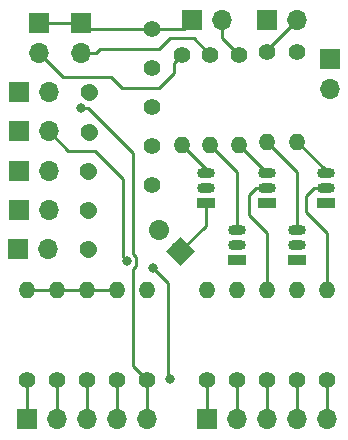
<source format=gbr>
G04 #@! TF.GenerationSoftware,KiCad,Pcbnew,(2017-06-21 revision 375ec9f)-master*
G04 #@! TF.CreationDate,2018-12-30T23:55:28-05:00*
G04 #@! TF.ProjectId,pantry_monitor,70616E7472795F6D6F6E69746F722E6B,rev?*
G04 #@! TF.SameCoordinates,Original
G04 #@! TF.FileFunction,Copper,L2,Bot,Signal*
G04 #@! TF.FilePolarity,Positive*
%FSLAX46Y46*%
G04 Gerber Fmt 4.6, Leading zero omitted, Abs format (unit mm)*
G04 Created by KiCad (PCBNEW (2017-06-21 revision 375ec9f)-master) date Sun Dec 30 23:55:28 2018*
%MOMM*%
%LPD*%
G01*
G04 APERTURE LIST*
%ADD10C,0.100000*%
%ADD11C,1.400000*%
%ADD12C,1.400000*%
%ADD13C,1.700000*%
%ADD14C,1.700000*%
%ADD15R,1.700000X1.700000*%
%ADD16O,1.700000X1.700000*%
%ADD17O,1.400000X1.400000*%
%ADD18R,1.500000X0.900000*%
%ADD19O,1.500000X0.900000*%
%ADD20C,0.800000*%
%ADD21C,0.250000*%
G04 APERTURE END LIST*
D10*
D11*
X114374032Y-110798154D03*
D12*
X114374032Y-110798154D02*
X114374032Y-110798154D01*
D11*
X119762186Y-105410000D03*
D13*
X120377949Y-109201949D03*
D14*
X120377949Y-109201949D02*
X120377949Y-109201949D01*
D13*
X122174000Y-110998000D03*
D10*
G36*
X122174000Y-109795918D02*
X123376082Y-110998000D01*
X122174000Y-112200082D01*
X120971918Y-110998000D01*
X122174000Y-109795918D01*
X122174000Y-109795918D01*
G37*
D15*
X124460000Y-125222000D03*
D16*
X127000000Y-125222000D03*
X129540000Y-125222000D03*
X132080000Y-125222000D03*
X134620000Y-125222000D03*
X119380000Y-125222000D03*
X116840000Y-125222000D03*
X114300000Y-125222000D03*
X111760000Y-125222000D03*
D15*
X109220000Y-125222000D03*
D16*
X110236000Y-94234000D03*
D15*
X110236000Y-91694000D03*
X108458000Y-110794800D03*
D16*
X110998000Y-110794800D03*
X113792000Y-94234000D03*
D15*
X113792000Y-91694000D03*
D16*
X111023400Y-107492800D03*
D15*
X108483400Y-107492800D03*
X123190000Y-91440000D03*
D16*
X125730000Y-91440000D03*
D15*
X108508800Y-104165400D03*
D16*
X111048800Y-104165400D03*
D15*
X129540000Y-91440000D03*
D16*
X132080000Y-91440000D03*
X111048800Y-100838000D03*
D15*
X108508800Y-100838000D03*
D16*
X134874000Y-97282000D03*
D15*
X134874000Y-94742000D03*
X108508800Y-97536000D03*
D16*
X111048800Y-97536000D03*
D17*
X124460000Y-114300000D03*
D11*
X124460000Y-121920000D03*
D17*
X122301000Y-101981000D03*
D11*
X122301000Y-94361000D03*
X109220000Y-121920000D03*
D17*
X109220000Y-114300000D03*
D11*
X127000000Y-121920000D03*
D17*
X127000000Y-114300000D03*
X124714000Y-101981000D03*
D11*
X124714000Y-94361000D03*
X119762186Y-102108000D03*
X114374032Y-107496154D03*
D12*
X114374032Y-107496154D02*
X114374032Y-107496154D01*
D17*
X111760000Y-114300000D03*
D11*
X111760000Y-121920000D03*
D17*
X129540000Y-114300000D03*
D11*
X129540000Y-121920000D03*
D17*
X127127000Y-101981000D03*
D11*
X127127000Y-94361000D03*
X119761000Y-98780600D03*
X114372846Y-104168754D03*
D12*
X114372846Y-104168754D02*
X114372846Y-104168754D01*
D11*
X114300000Y-121920000D03*
D17*
X114300000Y-114300000D03*
X132080000Y-114300000D03*
D11*
X132080000Y-121920000D03*
D17*
X129540000Y-101727000D03*
D11*
X129540000Y-94107000D03*
X114398246Y-100841354D03*
D12*
X114398246Y-100841354D02*
X114398246Y-100841354D01*
D11*
X119786400Y-95453200D03*
X116840000Y-121920000D03*
D17*
X116840000Y-114300000D03*
D11*
X134620000Y-121920000D03*
D17*
X134620000Y-114300000D03*
D11*
X132080000Y-94107000D03*
D17*
X132080000Y-101727000D03*
D11*
X114398246Y-97513954D03*
D12*
X114398246Y-97513954D02*
X114398246Y-97513954D01*
D11*
X119786400Y-92125800D03*
X119380000Y-121920000D03*
D17*
X119380000Y-114300000D03*
D18*
X124333000Y-106934000D03*
D19*
X124333000Y-104394000D03*
X124333000Y-105664000D03*
X127000000Y-110490000D03*
X127000000Y-109220000D03*
D18*
X127000000Y-111760000D03*
X129540000Y-106934000D03*
D19*
X129540000Y-104394000D03*
X129540000Y-105664000D03*
X132080000Y-110490000D03*
X132080000Y-109220000D03*
D18*
X132080000Y-111760000D03*
X134493000Y-106934000D03*
D19*
X134493000Y-104394000D03*
X134493000Y-105664000D03*
D20*
X113792000Y-98882200D03*
X117692010Y-111846075D03*
X121285000Y-121793000D03*
X119888000Y-112395000D03*
D21*
X119786400Y-92125800D02*
X114223800Y-92125800D01*
X114223800Y-92125800D02*
X113792000Y-91694000D01*
X110236000Y-91694000D02*
X113792000Y-91694000D01*
X119786400Y-92125800D02*
X122504200Y-92125800D01*
X122504200Y-92125800D02*
X123190000Y-91440000D01*
X114300000Y-114300000D02*
X115289949Y-114300000D01*
X115289949Y-114300000D02*
X116840000Y-114300000D01*
X124333000Y-106934000D02*
X124333000Y-108839000D01*
X124333000Y-108839000D02*
X122174000Y-110998000D01*
X111760000Y-114300000D02*
X112749949Y-114300000D01*
X112749949Y-114300000D02*
X114300000Y-114300000D01*
X109220000Y-114300000D02*
X110209949Y-114300000D01*
X110209949Y-114300000D02*
X111760000Y-114300000D01*
X124460000Y-125222000D02*
X124460000Y-121920000D01*
X127000000Y-125222000D02*
X127000000Y-124019919D01*
X127000000Y-124019919D02*
X127000000Y-121920000D01*
X129540000Y-125222000D02*
X129540000Y-121920000D01*
X132080000Y-125222000D02*
X132080000Y-124019919D01*
X132080000Y-124019919D02*
X132080000Y-121920000D01*
X134620000Y-125222000D02*
X134620000Y-121920000D01*
X118142150Y-120682150D02*
X118680001Y-121220001D01*
X118142150Y-112468939D02*
X118142150Y-120682150D01*
X118417012Y-112194077D02*
X118142150Y-112468939D01*
X118680001Y-121220001D02*
X119380000Y-121920000D01*
X118135400Y-111216461D02*
X118417012Y-111498073D01*
X113792000Y-98882200D02*
X114357685Y-98882200D01*
X118135400Y-102659915D02*
X118135400Y-111216461D01*
X114357685Y-98882200D02*
X118135400Y-102659915D01*
X118417012Y-111498073D02*
X118417012Y-112194077D01*
X119380000Y-125222000D02*
X119380000Y-121920000D01*
X112699800Y-102489000D02*
X114935000Y-102489000D01*
X117286884Y-104840884D02*
X117286884Y-111440949D01*
X111048800Y-100838000D02*
X112699800Y-102489000D01*
X117292011Y-111446076D02*
X117692010Y-111846075D01*
X114935000Y-102489000D02*
X117286884Y-104840884D01*
X117286884Y-111440949D02*
X117292011Y-111446076D01*
X121158000Y-113665000D02*
X121158000Y-121666000D01*
X121158000Y-121666000D02*
X121285000Y-121793000D01*
X119888000Y-112395000D02*
X121158000Y-113665000D01*
X116840000Y-125222000D02*
X116840000Y-121920000D01*
X114300000Y-125222000D02*
X114300000Y-121920000D01*
X111760000Y-125222000D02*
X111760000Y-121920000D01*
X109220000Y-121920000D02*
X109220000Y-125222000D01*
X122301000Y-94361000D02*
X121601001Y-95060999D01*
X121601001Y-95923948D02*
X120369949Y-97155000D01*
X121601001Y-95060999D02*
X121601001Y-95923948D01*
X120369949Y-97155000D02*
X117221000Y-97155000D01*
X117221000Y-97155000D02*
X116332000Y-96266000D01*
X116332000Y-96266000D02*
X112268000Y-96266000D01*
X112268000Y-96266000D02*
X110236000Y-94234000D01*
X121285000Y-92964000D02*
X123317000Y-92964000D01*
X123317000Y-92964000D02*
X124714000Y-94361000D01*
X120396000Y-93853000D02*
X121285000Y-92964000D01*
X115375081Y-93853000D02*
X120396000Y-93853000D01*
X113792000Y-94234000D02*
X114994081Y-94234000D01*
X114994081Y-94234000D02*
X115375081Y-93853000D01*
X125730000Y-91440000D02*
X125730000Y-92964000D01*
X125730000Y-92964000D02*
X127127000Y-94361000D01*
X132080000Y-91440000D02*
X129540000Y-93980000D01*
X129540000Y-93980000D02*
X129540000Y-94107000D01*
X122301000Y-101981000D02*
X124333000Y-104013000D01*
X124333000Y-104013000D02*
X124333000Y-104394000D01*
X124714000Y-101981000D02*
X127000000Y-104267000D01*
X127000000Y-104267000D02*
X127000000Y-109220000D01*
X127127000Y-101981000D02*
X127826999Y-102680999D01*
X127826999Y-102680999D02*
X129540000Y-104394000D01*
X129540000Y-101727000D02*
X132080000Y-104267000D01*
X132080000Y-104267000D02*
X132080000Y-109220000D01*
X132080000Y-101727000D02*
X134493000Y-104140000D01*
X134493000Y-104140000D02*
X134493000Y-104394000D01*
X129540000Y-109474000D02*
X129540000Y-114300000D01*
X128016000Y-107950000D02*
X129540000Y-109474000D01*
X128016000Y-106188000D02*
X128016000Y-107950000D01*
X129540000Y-105664000D02*
X128540000Y-105664000D01*
X128540000Y-105664000D02*
X128016000Y-106188000D01*
X129413000Y-114173000D02*
X129540000Y-114300000D01*
X132842000Y-107696000D02*
X134620000Y-109474000D01*
X134620000Y-109474000D02*
X134620000Y-114300000D01*
X132842000Y-106315000D02*
X132842000Y-107696000D01*
X134493000Y-105664000D02*
X133493000Y-105664000D01*
X133493000Y-105664000D02*
X132842000Y-106315000D01*
X134493000Y-114173000D02*
X134620000Y-114300000D01*
M02*

</source>
